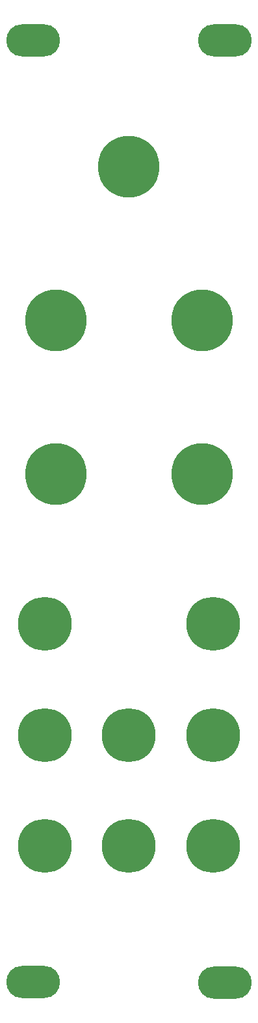
<source format=gbr>
%TF.GenerationSoftware,KiCad,Pcbnew,7.0.10*%
%TF.CreationDate,2024-02-20T22:02:21-06:00*%
%TF.ProjectId,3340_VCO,33333430-5f56-4434-9f2e-6b696361645f,rev?*%
%TF.SameCoordinates,Original*%
%TF.FileFunction,Soldermask,Top*%
%TF.FilePolarity,Negative*%
%FSLAX46Y46*%
G04 Gerber Fmt 4.6, Leading zero omitted, Abs format (unit mm)*
G04 Created by KiCad (PCBNEW 7.0.10) date 2024-02-20 22:02:21*
%MOMM*%
%LPD*%
G01*
G04 APERTURE LIST*
%ADD10C,7.000000*%
%ADD11C,8.000000*%
%ADD12O,7.000000X4.200000*%
G04 APERTURE END LIST*
D10*
%TO.C,REF\u002A\u002A*%
X85060000Y-131384000D03*
%TD*%
D11*
%TO.C,REF\u002A\u002A*%
X64610000Y-83039000D03*
%TD*%
%TO.C,REF\u002A\u002A*%
X83610000Y-83039000D03*
%TD*%
D10*
%TO.C,REF\u002A\u002A*%
X63160000Y-116934000D03*
%TD*%
%TO.C,REF\u002A\u002A*%
X74110000Y-131384000D03*
%TD*%
%TO.C,REF\u002A\u002A*%
X63160000Y-102484000D03*
%TD*%
%TO.C,REF\u002A\u002A*%
X63160000Y-131384000D03*
%TD*%
%TO.C,REF\u002A\u002A*%
X85060000Y-102484000D03*
%TD*%
D12*
%TO.C,REF\u002A\u002A*%
X61610000Y-26614000D03*
X61610000Y-149090000D03*
X86615000Y-26614000D03*
X86615000Y-149114000D03*
%TD*%
D11*
%TO.C,REF\u002A\u002A*%
X83610000Y-63039000D03*
%TD*%
%TO.C,REF\u002A\u002A*%
X64610000Y-63039000D03*
%TD*%
%TO.C,REF\u002A\u002A*%
X74110000Y-43039000D03*
%TD*%
D10*
%TO.C,REF\u002A\u002A*%
X74110000Y-116934000D03*
%TD*%
%TO.C,REF\u002A\u002A*%
X85060000Y-116934000D03*
%TD*%
M02*

</source>
